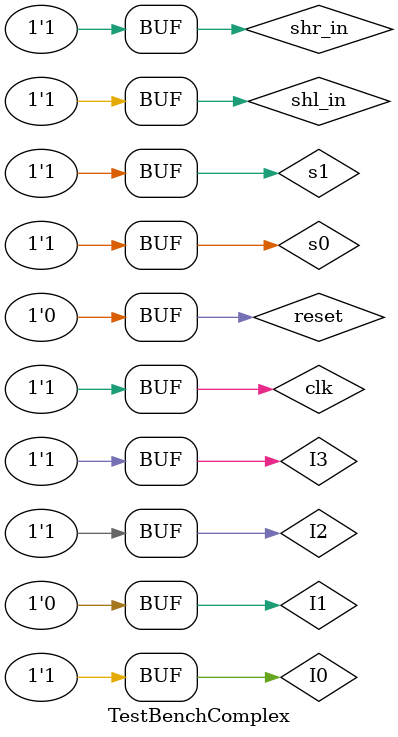
<source format=sv>
`timescale 1ns / 1ps

module TestBenchComplex();

logic clk, reset, s1, s0, I0, I1, I2, I3, shr_in, shl_in;
logic  Q0, Q1, Q2, Q3;

MultiFunction dut (clk, reset, s1, s0, I0, I1, I2, I3, shr_in, shl_in, Q0, Q1, Q2, Q3);
   
   
   always 
    begin
    
     clk = 0; #5;
     clk = 1; #5;
    
    end
    initial begin 
    
    
        reset = 0;
        clk = 1;
        
        
        // s0 = 0 s1 = 0
        // shl_in = 0, shr_in = 0
        s0 = 0; s1 = 0; I0 = 0; I1 = 0; I2 = 0; I3 = 0; shl_in = 0; shr_in = 0; #10;
        I0 = 1;                                                                           #10;
        I1 = 1; I0 = 0;                                                                 #10;
        I0 = 1;                                                                           #10;
        I2 = 1; I1 = 0; I0 = 0;                                                       #10;
        I0 = 1;                                                                           #10;
        I1 = 1; I0 = 0;                                                                 #10;
        I0 = 1;                                                                           #10;
        I3 = 1; I2 = 0; I1 = 0; I0 = 0;                                             #10;
        I0 = 1;                                                                           #10;
        I1 = 1; I0 = 0;                                                                 #10;
        I0 = 1;                                                                           #10;
        I2 = 1; I1 = 0; I0 = 0;                                                       #10;
        I0 = 1;                                                                           #10;
        I1 = 1; I0 = 0;                                                                 #10;
        I0 = 1;                                                                           #10;
        //shl_in = 1, shr_in = 0
        s0 = 0; s1 = 0; I0 = 0; I1 = 0; I2 = 0; I3 = 0; shl_in = 1; shr_in = 0; #10;
        I0 = 1;                                                                           #10;
        I1 = 1; I0 = 0;                                                                 #10;
        I0 = 1;                                                                           #10;
        I2 = 1; I1 = 0; I0 = 0;                                                       #10;
        I0 = 1;                                                                           #10;
        I1 = 1; I0 = 0;                                                                 #10;
        I0 = 1;                                                                           #10;
        I3 = 1; I2 = 0; I1 = 0; I0 = 0;                                             #10;
        I0 = 1;                                                                           #10;
        I1 = 1; I0 = 0;                                                                 #10;
        I0 = 1;                                                                           #10;
        I2 = 1; I1 = 0; I0 = 0;                                                       #10;
        I0 = 1;                                                                           #10;
        I1 = 1; I0 = 0;                                                                 #10;
        I0 = 1;                                                                           #10;
        //shl_in = 0, shr_in = 1
        s0 = 0; s1 = 0; I0 = 0; I1 = 0; I2 = 0; I3 = 0; shl_in = 0; shr_in = 1; #10;
        I0 = 1;                                                                           #10;
        I1 = 1; I0 = 0;                                                                 #10;
        I0 = 1;                                                                           #10;
        I2 = 1; I1 = 0; I0 = 0;                                                       #10;
        I0 = 1;                                                                           #10;
        I1 = 1; I0 = 0;                                                                 #10;
        I0 = 1;                                                                           #10;
        I3 = 1; I2 = 0; I1 = 0; I0 = 0;                                             #10;
        I0 = 1;                                                                           #10;
        I1 = 1; I0 = 0;                                                                 #10;
        I0 = 1;                                                                           #10;
        I2 = 1; I1 = 0; I0 = 0;                                                       #10;
        I0 = 1;                                                                           #10;
        I1 = 1; I0 = 0;                                                                 #10;
        I0 = 1;                                                                           #10;
        //shl_in = 1, shr_in = 1
        s0 = 0; s1 = 0; I0 = 0; I1 = 0; I2 = 0; I3 = 0; shl_in = 1; shr_in = 1; #10;
        I0 = 1;                                                                           #10;
        I1 = 1; I0 = 0;                                                                 #10;
        I0 = 1;                                                                           #10;
        I2 = 1; I1 = 0; I0 = 0;                                                       #10;
        I0 = 1;                                                                           #10;
        I1 = 1; I0 = 0;                                                                 #10;
        I0 = 1;                                                                           #10;
        I3 = 1; I2 = 0; I1 = 0; I0 = 0;                                             #10;
        I0 = 1;                                                                           #10;
        I1 = 1; I0 = 0;                                                                 #10;
        I0 = 1;                                                                           #10;
        I2 = 1; I1 = 0; I0 = 0;                                                       #10;
        I0 = 1;                                                                           #10;
        I1 = 1; I0 = 0;                                                                 #10;
        I0 = 1;                                                                           #10;        
        //s = 01
        // shl_in = 0, shr_in = 0
        s0 = 1; s1 = 0; I0 = 0; I1 = 0; I2 = 0; I3 = 0; shl_in = 0; shr_in = 0; #10;
        I0 = 1;                                                                           #10;
        I1 = 1; I0 = 0;                                                                 #10;
        I0 = 1;                                                                           #10;
        I2 = 1; I1 = 0; I0 = 0;                                                       #10;
        I0 = 1;                                                                           #10;
        I1 = 1; I0 = 0;                                                                 #10;
        I0 = 1;                                                                           #10;
        I3 = 1; I2 = 0; I1 = 0; I0 = 0;                                             #10;
        I0 = 1;                                                                           #10;
        I1 = 1; I0 = 0;                                                                 #10;
        I0 = 1;                                                                           #10;
        I2 = 1; I1 = 0; I0 = 0;                                                       #10;
        I0 = 1;                                                                           #10;
        I1 = 1; I0 = 0;                                                                 #10;
        I0 = 1;                                                                           #10;
        //shl_in = 1, shr_in = 0
        s0 = 1; s1 = 0; I0 = 0; I1 = 0; I2 = 0; I3 = 0; shl_in = 1; shr_in = 0; #10;
        I0 = 1;                                                                           #10;
        I1 = 1; I0 = 0;                                                                 #10;
        I0 = 1;                                                                           #10;
        I2 = 1; I1 = 0; I0 = 0;                                                       #10;
        I0 = 1;                                                                           #10;
        I1 = 1; I0 = 0;                                                                 #10;
        I0 = 1;                                                                           #10;
        I3 = 1; I2 = 0; I1 = 0; I0 = 0;                                             #10;
        I0 = 1;                                                                           #10;
        I1 = 1; I0 = 0;                                                                 #10;
        I0 = 1;                                                                           #10;
        I2 = 1; I1 = 0; I0 = 0;                                                       #10;
        I0 = 1;                                                                           #10;
        I1 = 1; I0 = 0;                                                                 #10;
        I0 = 1;                                                                           #10;
        //shl_in = 0, shr_in = 1
        s0 = 1; s1 = 0; I0 = 0; I1 = 0; I2 = 0; I3 = 0; shl_in = 0; shr_in = 1; #10;
        I0 = 1;                                                                           #10;
        I1 = 1; I0 = 0;                                                                 #10;
        I0 = 1;                                                                           #10;
        I2 = 1; I1 = 0; I0 = 0;                                                       #10;
        I0 = 1;                                                                           #10;
        I1 = 1; I0 = 0;                                                                 #10;
        I0 = 1;                                                                           #10;
        I3 = 1; I2 = 0; I1 = 0; I0 = 0;                                             #10;
        I0 = 1;                                                                           #10;
        I1 = 1; I0 = 0;                                                                 #10;
        I0 = 1;                                                                           #10;
        I2 = 1; I1 = 0; I0 = 0;                                                       #10;
        I0 = 1;                                                                           #10;
        I1 = 1; I0 = 0;                                                                 #10;
        I0 = 1;                                                                           #10;
        //shl_in = 1, shr_in = 1
        s0 = 1; s1 = 0; I0 = 0; I1 = 0; I2 = 0; I3 = 0; shl_in = 1; shr_in = 1; #10;
        I0 = 1;                                                                           #10;
        I1 = 1; I0 = 0;                                                                 #10;
        I0 = 1;                                                                           #10;
        I2 = 1; I1 = 0; I0 = 0;                                                       #10;
        I0 = 1;                                                                           #10;
        I1 = 1; I0 = 0;                                                                 #10;
        I0 = 1;                                                                           #10;
        I3 = 1; I2 = 0; I1 = 0; I0 = 0;                                             #10;
        I0 = 1;                                                                           #10;
        I1 = 1; I0 = 0;                                                                 #10;
        I0 = 1;                                                                           #10;
        I2 = 1; I1 = 0; I0 = 0;                                                       #10;
        I0 = 1;                                                                           #10;
        I1 = 1; I0 = 0;                                                                 #10;
        I0 = 1;                                                                           #10;   
        // s = 10 
        // shl_in = 0, shr_in = 0
        s0 = 0; s1 = 1; I0 = 0; I1 = 0; I2 = 0; I3 = 0; shl_in = 0; shr_in = 0; #10;
        I0 = 1;                                                                           #10;
        I1 = 1; I0 = 0;                                                                 #10;
        I0 = 1;                                                                           #10;
        I2 = 1; I1 = 0; I0 = 0;                                                       #10;
        I0 = 1;                                                                           #10;
        I1 = 1; I0 = 0;                                                                 #10;
        I0 = 1;                                                                           #10;
        I3 = 1; I2 = 0; I1 = 0; I0 = 0;                                             #10;
        I0 = 1;                                                                           #10;
        I1 = 1; I0 = 0;                                                                 #10;
        I0 = 1;                                                                           #10;
        I2 = 1; I1 = 0; I0 = 0;                                                       #10;
        I0 = 1;                                                                           #10;
        I1 = 1; I0 = 0;                                                                 #10;
        I0 = 1;                                                                           #10;
        //shl_in = 1, shr_in = 0
        s0 = 0; s1 = 1; I0 = 0; I1 = 0; I2 = 0; I3 = 0; shl_in = 1; shr_in = 0; #10;
        I0 = 1;                                                                           #10;
        I1 = 1; I0 = 0;                                                                 #10;
        I0 = 1;                                                                           #10;
        I2 = 1; I1 = 0; I0 = 0;                                                       #10;
        I0 = 1;                                                                           #10;
        I1 = 1; I0 = 0;                                                                 #10;
        I0 = 1;                                                                           #10;
        I3 = 1; I2 = 0; I1 = 0; I0 = 0;                                             #10;
        I0 = 1;                                                                           #10;
        I1 = 1; I0 = 0;                                                                 #10;
        I0 = 1;                                                                           #10;
        I2 = 1; I1 = 0; I0 = 0;                                                       #10;
        I0 = 1;                                                                           #10;
        I1 = 1; I0 = 0;                                                                 #10;
        I0 = 1;                                                                           #10;
        //shl_in = 0, shr_in = 1
        s0 = 0; s1 = 1; I0 = 0; I1 = 0; I2 = 0; I3 = 0; shl_in = 0; shr_in = 1; #10;
        I0 = 1;                                                                           #10;
        I1 = 1; I0 = 0;                                                                 #10;
        I0 = 1;                                                                           #10;
        I2 = 1; I1 = 0; I0 = 0;                                                       #10;
        I0 = 1;                                                                           #10;
        I1 = 1; I0 = 0;                                                                 #10;
        I0 = 1;                                                                           #10;
        I3 = 1; I2 = 0; I1 = 0; I0 = 0;                                             #10;
        I0 = 1;                                                                           #10;
        I1 = 1; I0 = 0;                                                                 #10;
        I0 = 1;                                                                           #10;
        I2 = 1; I1 = 0; I0 = 0;                                                       #10;
        I0 = 1;                                                                           #10;
        I1 = 1; I0 = 0;                                                                 #10;
        I0 = 1;                                                                           #10;
        //shl_in = 1, shr_in = 1
        s0 = 0; s1 = 1; I0 = 0; I1 = 0; I2 = 0; I3 = 0; shl_in = 1; shr_in = 1; #10;
        I0 = 1;                                                                           #10;
        I1 = 1; I0 = 0;                                                                 #10;
        I0 = 1;                                                                           #10;
        I2 = 1; I1 = 0; I0 = 0;                                                       #10;
        I0 = 1;                                                                           #10;
        I1 = 1; I0 = 0;                                                                 #10;
        I0 = 1;                                                                           #10;
        I3 = 1; I2 = 0; I1 = 0; I0 = 0;                                             #10;
        I0 = 1;                                                                           #10;
        I1 = 1; I0 = 0;                                                                 #10;
        I0 = 1;                                                                           #10;
        I2 = 1; I1 = 0; I0 = 0;                                                       #10;
        I0 = 1;                                                                           #10;
        I1 = 1; I0 = 0;                                                                 #10;
        I0 = 1;                                                                           #10;   
        //s = 11 
        // shl_in = 0, shr_in = 0
        s0 = 1; s1 = 1; I0 = 0; I1 = 0; I2 = 0; I3 = 0; shl_in = 0; shr_in = 0; #10;
        I0 = 1;                                                                           #10;
        I1 = 1; I0 = 0;                                                                 #10;
        I0 = 1;                                                                           #10;
        I2 = 1; I1 = 0; I0 = 0;                                                       #10;
        I0 = 1;                                                                           #10;
        I1 = 1; I0 = 0;                                                                 #10;
        I0 = 1;                                                                           #10;
        I3 = 1; I2 = 0; I1 = 0; I0 = 0;                                             #10;
        I0 = 1;                                                                           #10;
        I1 = 1; I0 = 0;                                                                 #10;
        I0 = 1;                                                                           #10;
        I2 = 1; I1 = 0; I0 = 0;                                                       #10;
        I0 = 1;                                                                           #10;
        I1 = 1; I0 = 0;                                                                 #10;
        I0 = 1;                                                                           #10;
        //shl_in = 1, shr_in = 0
        s0 = 1; s1 = 1; I0 = 0; I1 = 0; I2 = 0; I3 = 0; shl_in = 1; shr_in = 0; #10;
        I0 = 1;                                                                           #10;
        I1 = 1; I0 = 0;                                                                 #10;
        I0 = 1;                                                                           #10;
        I2 = 1; I1 = 0; I0 = 0;                                                       #10;
        I0 = 1;                                                                           #10;
        I1 = 1; I0 = 0;                                                                 #10;
        I0 = 1;                                                                           #10;
        I3 = 1; I2 = 0; I1 = 0; I0 = 0;                                             #10;
        I0 = 1;                                                                           #10;
        I1 = 1; I0 = 0;                                                                 #10;
        I0 = 1;                                                                           #10;
        I2 = 1; I1 = 0; I0 = 0;                                                       #10;
        I0 = 1;                                                                           #10;
        I1 = 1; I0 = 0;                                                                 #10;
        I0 = 1;                                                                           #10;
        //shl_in = 0, shr_in = 1
        s0 = 1; s1 = 1; I0 = 0; I1 = 0; I2 = 0; I3 = 0; shl_in = 0; shr_in = 1; #10;
        I0 = 1;                                                                           #10;
        I1 = 1; I0 = 0;                                                                 #10;
        I0 = 1;                                                                           #10;
        I2 = 1; I1 = 0; I0 = 0;                                                       #10;
        I0 = 1;                                                                           #10;
        I1 = 1; I0 = 0;                                                                 #10;
        I0 = 1;                                                                           #10;
        I3 = 1; I2 = 0; I1 = 0; I0 = 0;                                             #10;
        I0 = 1;                                                                           #10;
        I1 = 1; I0 = 0;                                                                 #10;
        I0 = 1;                                                                           #10;
        I2 = 1; I1 = 0; I0 = 0;                                                       #10;
        I0 = 1;                                                                           #10;
        I1 = 1; I0 = 0;                                                                 #10;
        I0 = 1;                                                                           #10;
        //shl_in = 1, shr_in = 1
        s0 = 1; s1 = 1; I0 = 0; I1 = 0; I2 = 0; I3 = 0; shl_in = 1; shr_in = 1; #10;
        I0 = 1;                                                                           #10;
        I1 = 1; I0 = 0;                                                                 #10;
        I0 = 1;                                                                           #10;
        I2 = 1; I1 = 0; I0 = 0;                                                       #10;
        I0 = 1;                                                                           #10;
        I1 = 1; I0 = 0;                                                                 #10;
        I0 = 1;                                                                           #10;
        I3 = 1; I2 = 0; I1 = 0; I0 = 0;                                             #10;
        I0 = 1;                                                                           #10;
        I1 = 1; I0 = 0;                                                                 #10;
        I0 = 1;                                                                           #10;
        I2 = 1; I1 = 0; I0 = 0;                                                       #10;
        I0 = 1;                                                                           #10;

	end
endmodule

</source>
